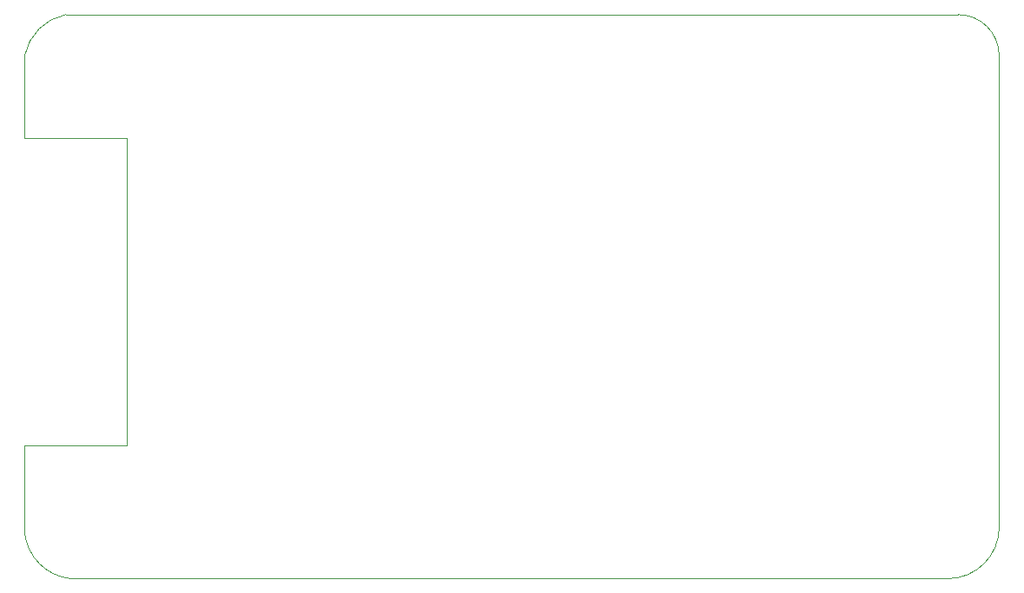
<source format=gbr>
G04 #@! TF.GenerationSoftware,KiCad,Pcbnew,(5.1.0)-1*
G04 #@! TF.CreationDate,2021-02-18T11:37:16+07:00*
G04 #@! TF.ProjectId,ESP32_BoardV1,45535033-325f-4426-9f61-726456312e6b,rev?*
G04 #@! TF.SameCoordinates,Original*
G04 #@! TF.FileFunction,Profile,NP*
%FSLAX46Y46*%
G04 Gerber Fmt 4.6, Leading zero omitted, Abs format (unit mm)*
G04 Created by KiCad (PCBNEW (5.1.0)-1) date 2021-02-18 11:37:16*
%MOMM*%
%LPD*%
G04 APERTURE LIST*
%ADD10C,0.050000*%
G04 APERTURE END LIST*
D10*
X217000000Y-135000000D02*
G75*
G02X212000000Y-140000000I-5000000J0D01*
G01*
X213000000Y-85000000D02*
G75*
G02X217000000Y-89000000I0J-4000000D01*
G01*
X126500000Y-140000000D02*
G75*
G02X122000000Y-135500000I500000J5000000D01*
G01*
X122000000Y-89000000D02*
G75*
G02X126000000Y-85000000I5000000J-1000000D01*
G01*
X122000000Y-97000000D02*
X122000000Y-89000000D01*
X122000000Y-127000000D02*
X122000000Y-135500000D01*
X132000000Y-127000000D02*
X122000000Y-127000000D01*
X132000000Y-97000000D02*
X132000000Y-127000000D01*
X122000000Y-97000000D02*
X132000000Y-97000000D01*
X213000000Y-85000000D02*
X126000000Y-85000000D01*
X217000000Y-135000000D02*
X217000000Y-89000000D01*
X126500000Y-140000000D02*
X212000000Y-140000000D01*
M02*

</source>
